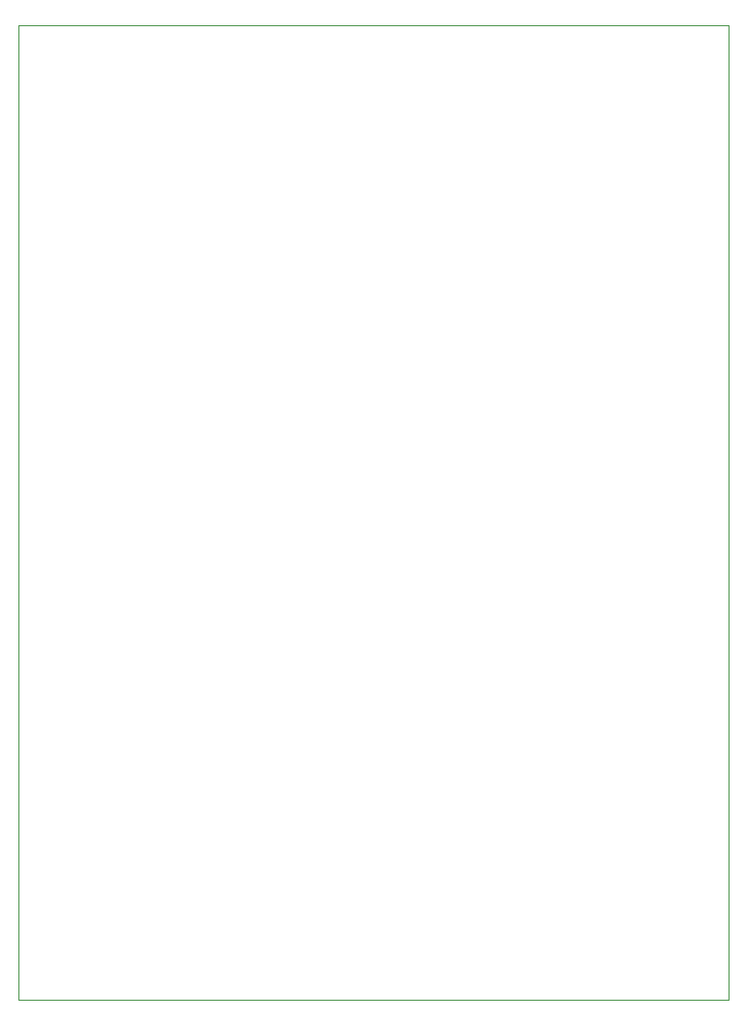
<source format=gbr>
%TF.GenerationSoftware,KiCad,Pcbnew,(6.0.11)*%
%TF.CreationDate,2023-02-20T01:39:33-05:00*%
%TF.ProjectId,Weather_Pico,57656174-6865-4725-9f50-69636f2e6b69,v1*%
%TF.SameCoordinates,Original*%
%TF.FileFunction,Profile,NP*%
%FSLAX46Y46*%
G04 Gerber Fmt 4.6, Leading zero omitted, Abs format (unit mm)*
G04 Created by KiCad (PCBNEW (6.0.11)) date 2023-02-20 01:39:33*
%MOMM*%
%LPD*%
G01*
G04 APERTURE LIST*
%TA.AperFunction,Profile*%
%ADD10C,0.050000*%
%TD*%
G04 APERTURE END LIST*
D10*
X181000000Y-59000000D02*
X119000000Y-59000000D01*
X181000000Y-144000000D02*
X181000000Y-59000000D01*
X119000000Y-144000000D02*
X181000000Y-144000000D01*
X119000000Y-59000000D02*
X119000000Y-144000000D01*
M02*

</source>
